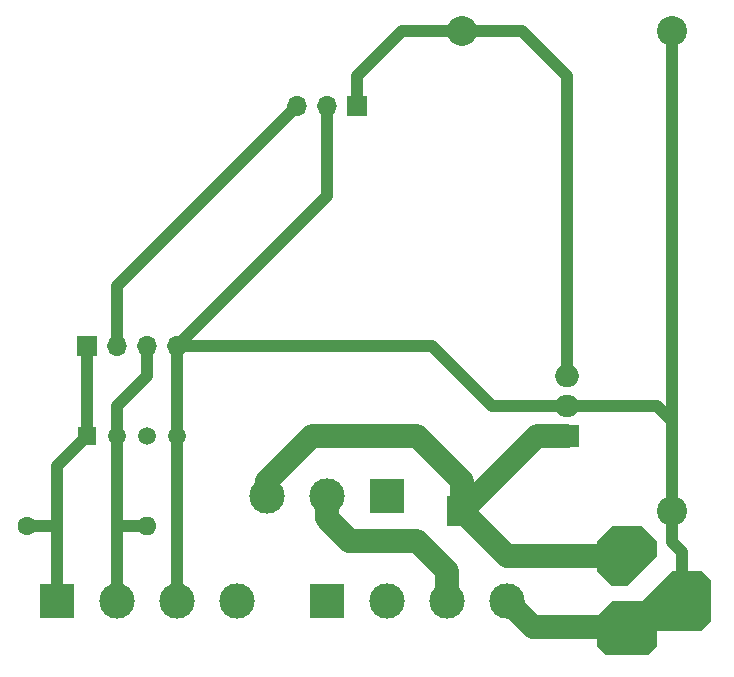
<source format=gbr>
%TF.GenerationSoftware,KiCad,Pcbnew,(6.0.7)*%
%TF.CreationDate,2022-09-24T10:52:58-05:00*%
%TF.ProjectId,adap0,61646170-302e-46b6-9963-61645f706362,rev?*%
%TF.SameCoordinates,Original*%
%TF.FileFunction,Copper,L2,Bot*%
%TF.FilePolarity,Positive*%
%FSLAX46Y46*%
G04 Gerber Fmt 4.6, Leading zero omitted, Abs format (unit mm)*
G04 Created by KiCad (PCBNEW (6.0.7)) date 2022-09-24 10:52:58*
%MOMM*%
%LPD*%
G01*
G04 APERTURE LIST*
%TA.AperFunction,ComponentPad*%
%ADD10R,3.000000X3.000000*%
%TD*%
%TA.AperFunction,ComponentPad*%
%ADD11C,3.000000*%
%TD*%
%TA.AperFunction,ComponentPad*%
%ADD12O,1.700000X1.700000*%
%TD*%
%TA.AperFunction,ComponentPad*%
%ADD13R,1.700000X1.700000*%
%TD*%
%TA.AperFunction,ComponentPad*%
%ADD14C,1.500000*%
%TD*%
%TA.AperFunction,ComponentPad*%
%ADD15R,1.500000X1.500000*%
%TD*%
%TA.AperFunction,ComponentPad*%
%ADD16O,1.600000X1.600000*%
%TD*%
%TA.AperFunction,ComponentPad*%
%ADD17C,1.600000*%
%TD*%
%TA.AperFunction,ComponentPad*%
%ADD18R,2.600000X2.600000*%
%TD*%
%TA.AperFunction,ComponentPad*%
%ADD19C,2.600000*%
%TD*%
%TA.AperFunction,ComponentPad*%
%ADD20R,2.540000X2.540000*%
%TD*%
%TA.AperFunction,ComponentPad*%
%ADD21C,2.540000*%
%TD*%
%TA.AperFunction,ComponentPad*%
%ADD22R,2.000000X1.905000*%
%TD*%
%TA.AperFunction,ComponentPad*%
%ADD23O,2.000000X1.905000*%
%TD*%
%TA.AperFunction,Conductor*%
%ADD24C,1.000000*%
%TD*%
%TA.AperFunction,Conductor*%
%ADD25C,2.000000*%
%TD*%
G04 APERTURE END LIST*
D10*
%TO.P,J4,1,Pin_1*%
%TO.N,/REL1*%
X157480000Y-100330000D03*
D11*
%TO.P,J4,2,Pin_2*%
%TO.N,/REL2*%
X162560000Y-100330000D03*
%TO.P,J4,3,Pin_3*%
%TO.N,/COM*%
X167640000Y-100330000D03*
%TO.P,J4,4,Pin_4*%
%TO.N,GND*%
X172720000Y-100330000D03*
%TD*%
D12*
%TO.P,J6,4,Pin_4*%
%TO.N,GND*%
X144780000Y-78740000D03*
%TO.P,J6,3,Pin_3*%
%TO.N,/SEN*%
X142240000Y-78740000D03*
%TO.P,J6,2,Pin_2*%
%TO.N,/REL3*%
X139700000Y-78740000D03*
D13*
%TO.P,J6,1,Pin_1*%
%TO.N,+3.3V*%
X137160000Y-78740000D03*
%TD*%
D10*
%TO.P,J3,1,Pin_1*%
%TO.N,/NC*%
X162560000Y-91440000D03*
D11*
%TO.P,J3,2,Pin_2*%
%TO.N,/COM*%
X157480000Y-91440000D03*
%TO.P,J3,3,Pin_3*%
%TO.N,+12V*%
X152400000Y-91440000D03*
%TD*%
D14*
%TO.P,U3,4,GND*%
%TO.N,GND*%
X144780000Y-86360000D03*
%TO.P,U3,3,NC*%
%TO.N,unconnected-(U3-Pad3)*%
X142240000Y-86360000D03*
%TO.P,U3,2,IO*%
%TO.N,/SEN*%
X139700000Y-86360000D03*
D15*
%TO.P,U3,1,VCC*%
%TO.N,+3.3V*%
X137160000Y-86360000D03*
%TD*%
D16*
%TO.P,R1,2*%
%TO.N,/SEN*%
X142240000Y-93980000D03*
D17*
%TO.P,R1,1*%
%TO.N,+3.3V*%
X132080000Y-93980000D03*
%TD*%
D18*
%TO.P,J1,1*%
%TO.N,+12V*%
X182880000Y-96520000D03*
D19*
%TO.P,J1,2*%
%TO.N,GND*%
X182880000Y-102520000D03*
%TO.P,J1,3*%
X187580000Y-99520000D03*
%TD*%
D11*
%TO.P,J5,4,Pin_4*%
%TO.N,unconnected-(J5-Pad4)*%
X149860000Y-100330000D03*
%TO.P,J5,3,Pin_3*%
%TO.N,GND*%
X144780000Y-100330000D03*
%TO.P,J5,2,Pin_2*%
%TO.N,/SEN*%
X139700000Y-100330000D03*
D10*
%TO.P,J5,1,Pin_1*%
%TO.N,+3.3V*%
X134620000Y-100330000D03*
%TD*%
D13*
%TO.P,J2,1,Pin_1*%
%TO.N,+5V*%
X160020000Y-58420000D03*
D12*
%TO.P,J2,2,Pin_2*%
%TO.N,GND*%
X157480000Y-58420000D03*
%TO.P,J2,3,Pin_3*%
%TO.N,/REL3*%
X154940000Y-58420000D03*
%TD*%
D20*
%TO.P,U1,1,Vin*%
%TO.N,+12V*%
X168910000Y-92710000D03*
D21*
%TO.P,U1,2,GND*%
%TO.N,GND*%
X186690000Y-92710000D03*
%TO.P,U1,3,GND*%
X186690000Y-52070000D03*
%TO.P,U1,4,Vout*%
%TO.N,+5V*%
X168910000Y-52070000D03*
%TD*%
D22*
%TO.P,U2,1,VI*%
%TO.N,+12V*%
X177800000Y-86360000D03*
D23*
%TO.P,U2,2,GND*%
%TO.N,GND*%
X177800000Y-83820000D03*
%TO.P,U2,3,VO*%
%TO.N,+5V*%
X177800000Y-81280000D03*
%TD*%
D24*
%TO.N,GND*%
X171450000Y-83820000D02*
X177800000Y-83820000D01*
X166370000Y-78740000D02*
X171450000Y-83820000D01*
X144780000Y-78740000D02*
X166370000Y-78740000D01*
D25*
%TO.N,/COM*%
X167640000Y-97790000D02*
X167640000Y-100330000D01*
X157480000Y-91440000D02*
X157480000Y-93345000D01*
X157480000Y-93345000D02*
X159385000Y-95250000D01*
X159385000Y-95250000D02*
X165100000Y-95250000D01*
X165100000Y-95250000D02*
X167640000Y-97790000D01*
D24*
%TO.N,/REL3*%
X139700000Y-73660000D02*
X139700000Y-78740000D01*
X154940000Y-58420000D02*
X139700000Y-73660000D01*
%TO.N,GND*%
X157480000Y-66040000D02*
X157480000Y-58420000D01*
X144780000Y-78740000D02*
X157480000Y-66040000D01*
D25*
X182880000Y-102520000D02*
X174910000Y-102520000D01*
X174910000Y-102520000D02*
X172720000Y-100330000D01*
D24*
X187580000Y-96220000D02*
X187580000Y-99520000D01*
X186690000Y-95330000D02*
X187580000Y-96220000D01*
X186690000Y-92710000D02*
X186690000Y-95330000D01*
D25*
%TO.N,+12V*%
X182880000Y-96520000D02*
X172720000Y-96520000D01*
D24*
%TO.N,GND*%
X184580000Y-102520000D02*
X187580000Y-99520000D01*
X182880000Y-102520000D02*
X184580000Y-102520000D01*
D25*
%TO.N,+12V*%
X172720000Y-96520000D02*
X168910000Y-92710000D01*
X168910000Y-90170000D02*
X165100000Y-86360000D01*
X156210000Y-86360000D02*
X152400000Y-90170000D01*
X177800000Y-86360000D02*
X175260000Y-86360000D01*
X175260000Y-86360000D02*
X168910000Y-92710000D01*
X168910000Y-92710000D02*
X168910000Y-90170000D01*
X165100000Y-86360000D02*
X156210000Y-86360000D01*
X152400000Y-90170000D02*
X152400000Y-91440000D01*
D24*
%TO.N,GND*%
X144780000Y-78740000D02*
X144780000Y-86360000D01*
X186690000Y-92710000D02*
X186690000Y-85090000D01*
X185420000Y-83820000D02*
X186690000Y-85090000D01*
X186690000Y-85090000D02*
X186690000Y-52070000D01*
X177800000Y-83820000D02*
X185420000Y-83820000D01*
X144780000Y-86360000D02*
X144780000Y-100330000D01*
%TO.N,+5V*%
X160020000Y-58420000D02*
X160020000Y-55880000D01*
X160020000Y-55880000D02*
X163830000Y-52070000D01*
X168910000Y-52070000D02*
X173990000Y-52070000D01*
X163830000Y-52070000D02*
X168910000Y-52070000D01*
X177800000Y-55880000D02*
X177800000Y-81280000D01*
X173990000Y-52070000D02*
X177800000Y-55880000D01*
%TO.N,+3.3V*%
X134620000Y-93980000D02*
X134620000Y-88900000D01*
X137160000Y-78740000D02*
X137160000Y-86360000D01*
X134620000Y-88900000D02*
X137160000Y-86360000D01*
X134620000Y-100330000D02*
X134620000Y-93980000D01*
X132080000Y-93980000D02*
X134620000Y-93980000D01*
%TO.N,/SEN*%
X139700000Y-83820000D02*
X139700000Y-86360000D01*
X139700000Y-93980000D02*
X139700000Y-100330000D01*
X139700000Y-86360000D02*
X139700000Y-93980000D01*
X142240000Y-93980000D02*
X139700000Y-93980000D01*
X142240000Y-78740000D02*
X142240000Y-81280000D01*
X142240000Y-81280000D02*
X139700000Y-83820000D01*
%TD*%
%TA.AperFunction,Conductor*%
%TO.N,+12V*%
G36*
X184165931Y-94000002D02*
G01*
X184186905Y-94016905D01*
X185383095Y-95213095D01*
X185417121Y-95275407D01*
X185420000Y-95302190D01*
X185420000Y-96467810D01*
X185399998Y-96535931D01*
X185383095Y-96556905D01*
X182916905Y-99023095D01*
X182854593Y-99057121D01*
X182827810Y-99060000D01*
X181662190Y-99060000D01*
X181594069Y-99039998D01*
X181573095Y-99023095D01*
X180376905Y-97826905D01*
X180342879Y-97764593D01*
X180340000Y-97737810D01*
X180340000Y-95302190D01*
X180360002Y-95234069D01*
X180376905Y-95213095D01*
X181573095Y-94016905D01*
X181635407Y-93982879D01*
X181662190Y-93980000D01*
X184097810Y-93980000D01*
X184165931Y-94000002D01*
G37*
%TD.AperFunction*%
%TD*%
%TA.AperFunction,Conductor*%
%TO.N,GND*%
G36*
X189245931Y-97810002D02*
G01*
X189266905Y-97826905D01*
X189954595Y-98514595D01*
X189988621Y-98576907D01*
X189991500Y-98603690D01*
X189991500Y-102056310D01*
X189971498Y-102124431D01*
X189954595Y-102145405D01*
X189266905Y-102833095D01*
X189204593Y-102867121D01*
X189177810Y-102870000D01*
X185420000Y-102870000D01*
X185420000Y-101600000D01*
X184150000Y-100330000D01*
X186653095Y-97826905D01*
X186715407Y-97792879D01*
X186742190Y-97790000D01*
X189177810Y-97790000D01*
X189245931Y-97810002D01*
G37*
%TD.AperFunction*%
%TD*%
%TA.AperFunction,Conductor*%
%TO.N,GND*%
G36*
X185420000Y-101600000D02*
G01*
X185420000Y-104087810D01*
X185399998Y-104155931D01*
X185383095Y-104176905D01*
X184695405Y-104864595D01*
X184633093Y-104898621D01*
X184606310Y-104901500D01*
X181153690Y-104901500D01*
X181085569Y-104881498D01*
X181064595Y-104864595D01*
X180376905Y-104176905D01*
X180342879Y-104114593D01*
X180340000Y-104087810D01*
X180340000Y-101652190D01*
X180360002Y-101584069D01*
X180376905Y-101563095D01*
X181573095Y-100366905D01*
X181635407Y-100332879D01*
X181662190Y-100330000D01*
X184150000Y-100330000D01*
X185420000Y-101600000D01*
G37*
%TD.AperFunction*%
%TD*%
M02*

</source>
